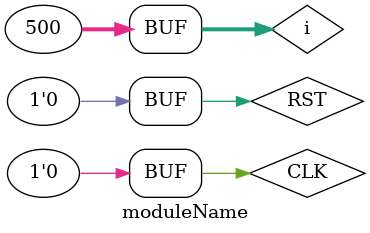
<source format=v>
module moduleName ();

reg CLK;
wire [31:0] OUT;
reg RST;
integer i;
SingleCpu SingleCpu1 (.CLK(CLK), .RST(RST), .OUT(OUT));

initial begin
    RST = 1;
    CLK = 0;
    #5;
    CLK = 1;
    #5
    RST = 0;
    CLK = 0;
    #5
    for(i=0; i<500; i=i+1) begin
        CLK = 1;
        #5
        CLK = 0;
        #5;
    end


end


// always begin
//     #6 CLK=0;
//     #4 CLK=1;
// end

    
endmodule
</source>
